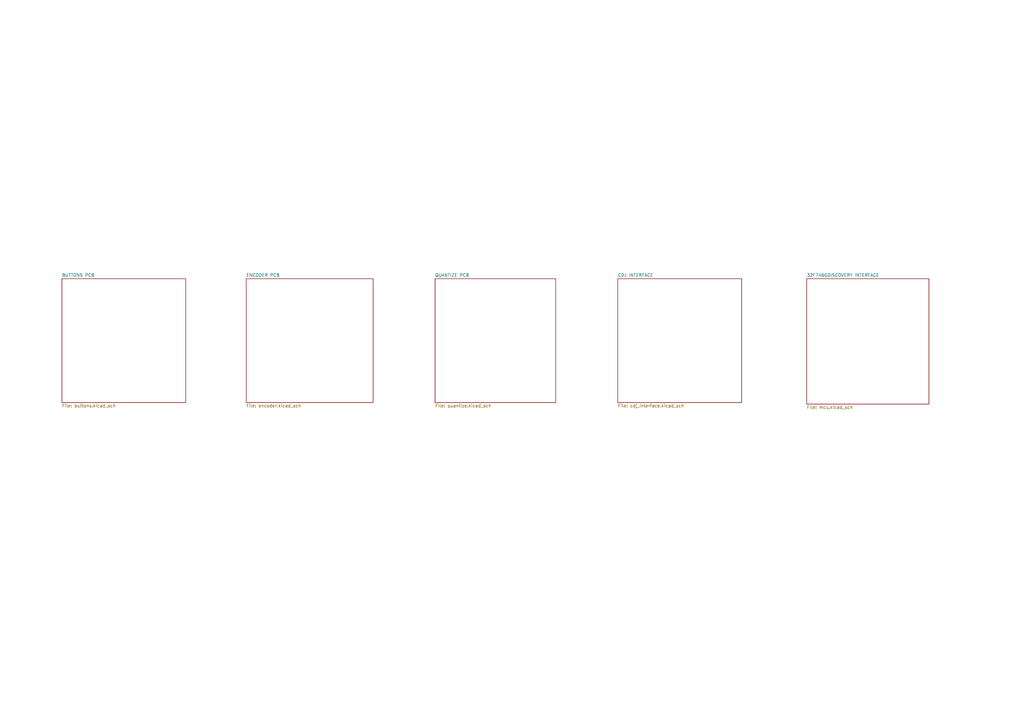
<source format=kicad_sch>
(kicad_sch (version 20211123) (generator eeschema)
  (paper "A3")
  (title_block (title "INPUT") (date "2022-09-08") (rev "2") (company "© ANDREI ANATSKA, FRANK PLOWMAN 2022"))
  (lib_symbols)
  (sheet (at 253.365 114.3) (size 50.8 50.8) (stroke (width 0.1524))
    (property "Sheet name" "CDJ INTERFACE" (at 253.365 113.5884 0) (effects (justify left bottom)))
    (property "Sheet file" "cdj_interface.kicad_sch" (at 253.365 165.6846 0) (effects (justify left top)))
  )
  (sheet (at 330.835 114.3) (size 50.165 51.435) (stroke (width 0.1524))
    (property "Sheet name" "32F746GDISCOVERY INTERFACE" (at 330.835 113.5884 0) (effects (justify left bottom)))
    (property "Sheet file" "mcu.kicad_sch" (at 330.835 166.3196 0) (effects (justify left top)))
  )
  (sheet (at 100.965 114.3) (size 52.07 50.8) (stroke (width 0.1524))
    (property "Sheet name" "ENCODER PCB" (at 100.965 113.5884 0) (effects (justify left bottom)))
    (property "Sheet file" "encoder.kicad_sch" (at 100.965 165.6846 0) (effects (justify left top)))
  )
  (sheet (at 178.435 114.3) (size 49.53 50.8) (stroke (width 0.1524))
    (property "Sheet name" "QUANTIZE PCB" (at 178.435 113.5884 0) (effects (justify left bottom)))
    (property "Sheet file" "quantize.kicad_sch" (at 178.435 165.6846 0) (effects (justify left top)))
  )
  (sheet (at 25.4 114.3) (size 50.8 50.8) (stroke (width 0.1524))
    (property "Sheet name" "BUTTONS PCB" (at 25.4 113.5884 0) (effects (justify left bottom)))
    (property "Sheet file" "buttons.kicad_sch" (at 25.4 165.6846 0) (effects (justify left top)))
  )
)
</source>
